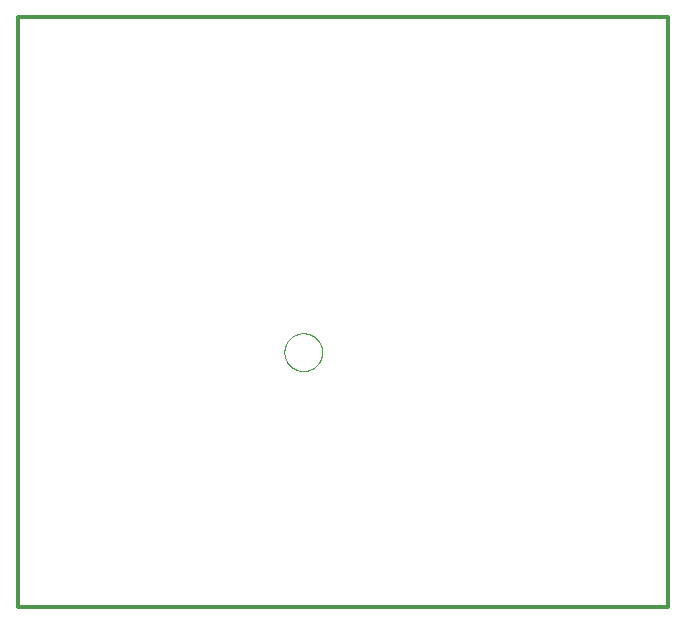
<source format=gko>
G75*
%MOIN*%
%OFA0B0*%
%FSLAX25Y25*%
%IPPOS*%
%LPD*%
%AMOC8*
5,1,8,0,0,1.08239X$1,22.5*
%
%ADD10C,0.01300*%
%ADD11C,0.00000*%
D10*
X0001800Y0001800D02*
X0218335Y0001800D01*
X0218335Y0198650D01*
X0001800Y0198650D01*
X0001800Y0001800D01*
D11*
X0090501Y0086800D02*
X0090503Y0086958D01*
X0090509Y0087116D01*
X0090519Y0087274D01*
X0090533Y0087432D01*
X0090551Y0087589D01*
X0090572Y0087746D01*
X0090598Y0087902D01*
X0090628Y0088058D01*
X0090661Y0088213D01*
X0090699Y0088366D01*
X0090740Y0088519D01*
X0090785Y0088671D01*
X0090834Y0088822D01*
X0090887Y0088971D01*
X0090943Y0089119D01*
X0091003Y0089265D01*
X0091067Y0089410D01*
X0091135Y0089553D01*
X0091206Y0089695D01*
X0091280Y0089835D01*
X0091358Y0089972D01*
X0091440Y0090108D01*
X0091524Y0090242D01*
X0091613Y0090373D01*
X0091704Y0090502D01*
X0091799Y0090629D01*
X0091896Y0090754D01*
X0091997Y0090876D01*
X0092101Y0090995D01*
X0092208Y0091112D01*
X0092318Y0091226D01*
X0092431Y0091337D01*
X0092546Y0091446D01*
X0092664Y0091551D01*
X0092785Y0091653D01*
X0092908Y0091753D01*
X0093034Y0091849D01*
X0093162Y0091942D01*
X0093292Y0092032D01*
X0093425Y0092118D01*
X0093560Y0092202D01*
X0093696Y0092281D01*
X0093835Y0092358D01*
X0093976Y0092430D01*
X0094118Y0092500D01*
X0094262Y0092565D01*
X0094408Y0092627D01*
X0094555Y0092685D01*
X0094704Y0092740D01*
X0094854Y0092791D01*
X0095005Y0092838D01*
X0095157Y0092881D01*
X0095310Y0092920D01*
X0095465Y0092956D01*
X0095620Y0092987D01*
X0095776Y0093015D01*
X0095932Y0093039D01*
X0096089Y0093059D01*
X0096247Y0093075D01*
X0096404Y0093087D01*
X0096563Y0093095D01*
X0096721Y0093099D01*
X0096879Y0093099D01*
X0097037Y0093095D01*
X0097196Y0093087D01*
X0097353Y0093075D01*
X0097511Y0093059D01*
X0097668Y0093039D01*
X0097824Y0093015D01*
X0097980Y0092987D01*
X0098135Y0092956D01*
X0098290Y0092920D01*
X0098443Y0092881D01*
X0098595Y0092838D01*
X0098746Y0092791D01*
X0098896Y0092740D01*
X0099045Y0092685D01*
X0099192Y0092627D01*
X0099338Y0092565D01*
X0099482Y0092500D01*
X0099624Y0092430D01*
X0099765Y0092358D01*
X0099904Y0092281D01*
X0100040Y0092202D01*
X0100175Y0092118D01*
X0100308Y0092032D01*
X0100438Y0091942D01*
X0100566Y0091849D01*
X0100692Y0091753D01*
X0100815Y0091653D01*
X0100936Y0091551D01*
X0101054Y0091446D01*
X0101169Y0091337D01*
X0101282Y0091226D01*
X0101392Y0091112D01*
X0101499Y0090995D01*
X0101603Y0090876D01*
X0101704Y0090754D01*
X0101801Y0090629D01*
X0101896Y0090502D01*
X0101987Y0090373D01*
X0102076Y0090242D01*
X0102160Y0090108D01*
X0102242Y0089972D01*
X0102320Y0089835D01*
X0102394Y0089695D01*
X0102465Y0089553D01*
X0102533Y0089410D01*
X0102597Y0089265D01*
X0102657Y0089119D01*
X0102713Y0088971D01*
X0102766Y0088822D01*
X0102815Y0088671D01*
X0102860Y0088519D01*
X0102901Y0088366D01*
X0102939Y0088213D01*
X0102972Y0088058D01*
X0103002Y0087902D01*
X0103028Y0087746D01*
X0103049Y0087589D01*
X0103067Y0087432D01*
X0103081Y0087274D01*
X0103091Y0087116D01*
X0103097Y0086958D01*
X0103099Y0086800D01*
X0103097Y0086642D01*
X0103091Y0086484D01*
X0103081Y0086326D01*
X0103067Y0086168D01*
X0103049Y0086011D01*
X0103028Y0085854D01*
X0103002Y0085698D01*
X0102972Y0085542D01*
X0102939Y0085387D01*
X0102901Y0085234D01*
X0102860Y0085081D01*
X0102815Y0084929D01*
X0102766Y0084778D01*
X0102713Y0084629D01*
X0102657Y0084481D01*
X0102597Y0084335D01*
X0102533Y0084190D01*
X0102465Y0084047D01*
X0102394Y0083905D01*
X0102320Y0083765D01*
X0102242Y0083628D01*
X0102160Y0083492D01*
X0102076Y0083358D01*
X0101987Y0083227D01*
X0101896Y0083098D01*
X0101801Y0082971D01*
X0101704Y0082846D01*
X0101603Y0082724D01*
X0101499Y0082605D01*
X0101392Y0082488D01*
X0101282Y0082374D01*
X0101169Y0082263D01*
X0101054Y0082154D01*
X0100936Y0082049D01*
X0100815Y0081947D01*
X0100692Y0081847D01*
X0100566Y0081751D01*
X0100438Y0081658D01*
X0100308Y0081568D01*
X0100175Y0081482D01*
X0100040Y0081398D01*
X0099904Y0081319D01*
X0099765Y0081242D01*
X0099624Y0081170D01*
X0099482Y0081100D01*
X0099338Y0081035D01*
X0099192Y0080973D01*
X0099045Y0080915D01*
X0098896Y0080860D01*
X0098746Y0080809D01*
X0098595Y0080762D01*
X0098443Y0080719D01*
X0098290Y0080680D01*
X0098135Y0080644D01*
X0097980Y0080613D01*
X0097824Y0080585D01*
X0097668Y0080561D01*
X0097511Y0080541D01*
X0097353Y0080525D01*
X0097196Y0080513D01*
X0097037Y0080505D01*
X0096879Y0080501D01*
X0096721Y0080501D01*
X0096563Y0080505D01*
X0096404Y0080513D01*
X0096247Y0080525D01*
X0096089Y0080541D01*
X0095932Y0080561D01*
X0095776Y0080585D01*
X0095620Y0080613D01*
X0095465Y0080644D01*
X0095310Y0080680D01*
X0095157Y0080719D01*
X0095005Y0080762D01*
X0094854Y0080809D01*
X0094704Y0080860D01*
X0094555Y0080915D01*
X0094408Y0080973D01*
X0094262Y0081035D01*
X0094118Y0081100D01*
X0093976Y0081170D01*
X0093835Y0081242D01*
X0093696Y0081319D01*
X0093560Y0081398D01*
X0093425Y0081482D01*
X0093292Y0081568D01*
X0093162Y0081658D01*
X0093034Y0081751D01*
X0092908Y0081847D01*
X0092785Y0081947D01*
X0092664Y0082049D01*
X0092546Y0082154D01*
X0092431Y0082263D01*
X0092318Y0082374D01*
X0092208Y0082488D01*
X0092101Y0082605D01*
X0091997Y0082724D01*
X0091896Y0082846D01*
X0091799Y0082971D01*
X0091704Y0083098D01*
X0091613Y0083227D01*
X0091524Y0083358D01*
X0091440Y0083492D01*
X0091358Y0083628D01*
X0091280Y0083765D01*
X0091206Y0083905D01*
X0091135Y0084047D01*
X0091067Y0084190D01*
X0091003Y0084335D01*
X0090943Y0084481D01*
X0090887Y0084629D01*
X0090834Y0084778D01*
X0090785Y0084929D01*
X0090740Y0085081D01*
X0090699Y0085234D01*
X0090661Y0085387D01*
X0090628Y0085542D01*
X0090598Y0085698D01*
X0090572Y0085854D01*
X0090551Y0086011D01*
X0090533Y0086168D01*
X0090519Y0086326D01*
X0090509Y0086484D01*
X0090503Y0086642D01*
X0090501Y0086800D01*
M02*

</source>
